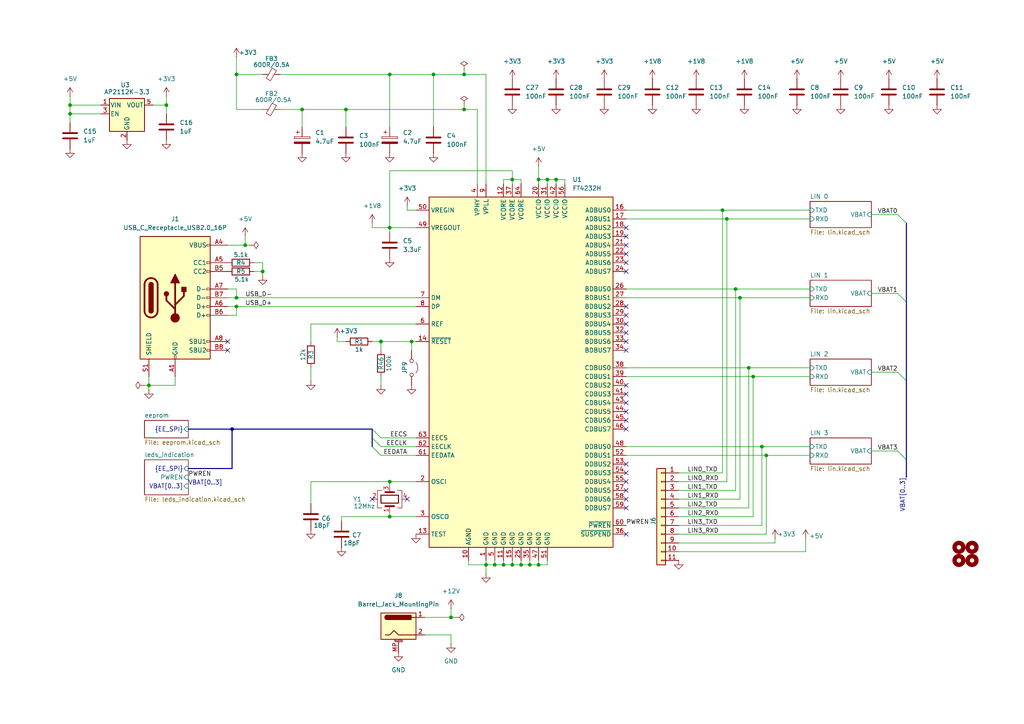
<source format=kicad_sch>
(kicad_sch (version 20231120) (generator "eeschema") (generator_version "8.0")
  (paper "A4")
  (title_block (title "FTDI Quad LIN"))
  (lib_symbols
    (symbol "Connector:Barrel_Jack_MountingPin" (pin_names hide)
      (property "Reference" "J" (at 0 5.334 0))
      (property "Value" "Barrel_Jack_MountingPin" (at 1.27 -6.35 0))
      (symbol "Barrel_Jack_MountingPin_1_1"
        (text "Mounting" (at 0 -4.191 0) (effects (font (size 0.381 0.381))))
        (pin passive line (at 7.62 2.54 180) (length 2.54) (name "~") (number "1"))
        (pin passive line (at 7.62 -2.54 180) (length 2.54) (name "~") (number "2"))
        (pin passive line (at 0 -7.62 90) (length 3.048) (name "MountPin") (number "MP"))
      )
    )
    (symbol "Connector:USB_C_Receptacle_USB2.0_16P" (pin_names (offset 1.016))
      (property "Reference" "J" (at 0 22.225 0))
      (property "Value" "USB_C_Receptacle_USB2.0_16P" (at 0 19.685 0))
      (symbol "USB_C_Receptacle_USB2.0_16P_1_1"
        (pin passive line (at 0 -22.86 90) (length 5.08) (name "GND") (number "A1"))
        (pin passive line (at 0 -22.86 90) (length 5.08) hide (name "GND") (number "A12"))
        (pin passive line (at 15.24 15.24 180) (length 5.08) (name "VBUS") (number "A4"))
        (pin bidirectional line (at 15.24 10.16 180) (length 5.08) (name "CC1") (number "A5"))
        (pin bidirectional line (at 15.24 -2.54 180) (length 5.08) (name "D+") (number "A6"))
        (pin bidirectional line (at 15.24 2.54 180) (length 5.08) (name "D-") (number "A7"))
        (pin bidirectional line (at 15.24 -12.7 180) (length 5.08) (name "SBU1") (number "A8"))
        (pin passive line (at 15.24 15.24 180) (length 5.08) hide (name "VBUS") (number "A9"))
        (pin passive line (at 0 -22.86 90) (length 5.08) hide (name "GND") (number "B1"))
        (pin passive line (at 0 -22.86 90) (length 5.08) hide (name "GND") (number "B12"))
        (pin passive line (at 15.24 15.24 180) (length 5.08) hide (name "VBUS") (number "B4"))
        (pin bidirectional line (at 15.24 7.62 180) (length 5.08) (name "CC2") (number "B5"))
        (pin bidirectional line (at 15.24 -5.08 180) (length 5.08) (name "D+") (number "B6"))
        (pin bidirectional line (at 15.24 0 180) (length 5.08) (name "D-") (number "B7"))
        (pin bidirectional line (at 15.24 -15.24 180) (length 5.08) (name "SBU2") (number "B8"))
        (pin passive line (at 15.24 15.24 180) (length 5.08) hide (name "VBUS") (number "B9"))
        (pin passive line (at -7.62 -22.86 90) (length 5.08) (name "SHIELD") (number "S1"))
      )
    )
    (symbol "Connector_Generic:Conn_01x11" (pin_names (offset 1.016) hide)
      (property "Reference" "J" (at 0 15.24 0))
      (property "Value" "Conn_01x11" (at 0 -15.24 0))
      (symbol "Conn_01x11_1_1"
        (pin passive line (at -5.08 12.7 0) (length 3.81) (name "Pin_1") (number "1"))
        (pin passive line (at -5.08 -10.16 0) (length 3.81) (name "Pin_10") (number "10"))
        (pin passive line (at -5.08 -12.7 0) (length 3.81) (name "Pin_11") (number "11"))
        (pin passive line (at -5.08 10.16 0) (length 3.81) (name "Pin_2") (number "2"))
        (pin passive line (at -5.08 7.62 0) (length 3.81) (name "Pin_3") (number "3"))
        (pin passive line (at -5.08 5.08 0) (length 3.81) (name "Pin_4") (number "4"))
        (pin passive line (at -5.08 2.54 0) (length 3.81) (name "Pin_5") (number "5"))
        (pin passive line (at -5.08 0 0) (length 3.81) (name "Pin_6") (number "6"))
        (pin passive line (at -5.08 -2.54 0) (length 3.81) (name "Pin_7") (number "7"))
        (pin passive line (at -5.08 -5.08 0) (length 3.81) (name "Pin_8") (number "8"))
        (pin passive line (at -5.08 -7.62 0) (length 3.81) (name "Pin_9") (number "9"))
      )
    )
    (symbol "Device:C" (pin_numbers hide) (pin_names (offset 0.254))
      (property "Reference" "C" (at 0.635 2.54 0))
      (property "Value" "C" (at 0.635 -2.54 0))
      (symbol "C_1_1"
        (pin passive line (at 0 3.81 270) (length 2.794) (name "~") (number "1"))
        (pin passive line (at 0 -3.81 90) (length 2.794) (name "~") (number "2"))
      )
    )
    (symbol "Device:C_Polarized" (pin_numbers hide) (pin_names (offset 0.254))
      (property "Reference" "C" (at 0.635 2.54 0))
      (property "Value" "C_Polarized" (at 0.635 -2.54 0))
      (symbol "C_Polarized_1_1"
        (pin passive line (at 0 3.81 270) (length 2.794) (name "~") (number "1"))
        (pin passive line (at 0 -3.81 90) (length 2.794) (name "~") (number "2"))
      )
    )
    (symbol "Device:Crystal_GND24" (pin_names (offset 1.016) hide)
      (property "Reference" "Y" (at 3.175 5.08 0))
      (property "Value" "Crystal_GND24" (at 3.175 3.175 0))
      (symbol "Crystal_GND24_1_1"
        (pin passive line (at -3.81 0 0) (length 1.27) (name "1") (number "1"))
        (pin passive line (at 0 5.08 270) (length 1.27) (name "2") (number "2"))
        (pin passive line (at 3.81 0 180) (length 1.27) (name "3") (number "3"))
        (pin passive line (at 0 -5.08 90) (length 1.27) (name "4") (number "4"))
      )
    )
    (symbol "Device:FerriteBead_Small" (pin_numbers hide) (pin_names (offset 0))
      (property "Reference" "FB" (at 1.905 1.27 0))
      (property "Value" "FerriteBead_Small" (at 1.905 -1.27 0))
      (symbol "FerriteBead_Small_1_1"
        (pin passive line (at 0 2.54 270) (length 1.27) (name "~") (number "1"))
        (pin passive line (at 0 -2.54 90) (length 1.27) (name "~") (number "2"))
      )
    )
    (symbol "Device:R" (pin_numbers hide) (pin_names (offset 0))
      (property "Reference" "R" (at 2.032 0 90))
      (property "Value" "R" (at 0 0 90))
      (symbol "R_1_1"
        (pin passive line (at 0 3.81 270) (length 1.27) (name "~") (number "1"))
        (pin passive line (at 0 -3.81 90) (length 1.27) (name "~") (number "2"))
      )
    )
    (symbol "Interface_USB:FT4232H"
      (property "Reference" "U" (at -26.67 53.34 0))
      (property "Value" "FT4232H" (at 19.05 53.34 0))
      (symbol "FT4232H_1_1"
        (pin power_in line (at -10.16 -53.34 90) (length 3.81) (name "GND") (number "1"))
        (pin power_in line (at -15.24 -53.34 90) (length 3.81) (name "AGND") (number "10"))
        (pin power_in line (at -5.08 -53.34 90) (length 3.81) (name "GND") (number "11"))
        (pin power_in line (at -5.08 55.88 270) (length 3.81) (name "VCORE") (number "12"))
        (pin input line (at -30.48 -45.72 0) (length 3.81) (name "TEST") (number "13"))
        (pin input line (at -30.48 10.16 0) (length 3.81) (name "~{RESET}") (number "14"))
        (pin power_in line (at -2.54 -53.34 90) (length 3.81) (name "GND") (number "15"))
        (pin bidirectional line (at 30.48 48.26 180) (length 3.81) (name "ADBUS0") (number "16"))
        (pin bidirectional line (at 30.48 45.72 180) (length 3.81) (name "ADBUS1") (number "17"))
        (pin bidirectional line (at 30.48 43.18 180) (length 3.81) (name "ADBUS2") (number "18"))
        (pin bidirectional line (at 30.48 40.64 180) (length 3.81) (name "ADBUS3") (number "19"))
        (pin input line (at -30.48 -30.48 0) (length 3.81) (name "OSCI") (number "2"))
        (pin power_in line (at 5.08 55.88 270) (length 3.81) (name "VCCIO") (number "20"))
        (pin bidirectional line (at 30.48 38.1 180) (length 3.81) (name "ADBUS4") (number "21"))
        (pin bidirectional line (at 30.48 35.56 180) (length 3.81) (name "ADBUS5") (number "22"))
        (pin bidirectional line (at 30.48 33.02 180) (length 3.81) (name "ADBUS6") (number "23"))
        (pin bidirectional line (at 30.48 30.48 180) (length 3.81) (name "ADBUS7") (number "24"))
        (pin power_in line (at 0 -53.34 90) (length 3.81) (name "GND") (number "25"))
        (pin bidirectional line (at 30.48 25.4 180) (length 3.81) (name "BDBUS0") (number "26"))
        (pin bidirectional line (at 30.48 22.86 180) (length 3.81) (name "BDBUS1") (number "27"))
        (pin bidirectional line (at 30.48 20.32 180) (length 3.81) (name "BDBUS2") (number "28"))
        (pin bidirectional line (at 30.48 17.78 180) (length 3.81) (name "BDBUS3") (number "29"))
        (pin output line (at -30.48 -40.64 0) (length 3.81) (name "OSCO") (number "3"))
        (pin bidirectional line (at 30.48 15.24 180) (length 3.81) (name "BDBUS4") (number "30"))
        (pin power_in line (at 7.62 55.88 270) (length 3.81) (name "VCCIO") (number "31"))
        (pin bidirectional line (at 30.48 12.7 180) (length 3.81) (name "BDBUS5") (number "32"))
        (pin bidirectional line (at 30.48 10.16 180) (length 3.81) (name "BDBUS6") (number "33"))
        (pin bidirectional line (at 30.48 7.62 180) (length 3.81) (name "BDBUS7") (number "34"))
        (pin power_in line (at 2.54 -53.34 90) (length 3.81) (name "GND") (number "35"))
        (pin output line (at 30.48 -45.72 180) (length 3.81) (name "~{SUSPEND}") (number "36"))
        (pin power_in line (at -2.54 55.88 270) (length 3.81) (name "VCORE") (number "37"))
        (pin bidirectional line (at 30.48 2.54 180) (length 3.81) (name "CDBUS0") (number "38"))
        (pin bidirectional line (at 30.48 0 180) (length 3.81) (name "CDBUS1") (number "39"))
        (pin power_in line (at -12.7 55.88 270) (length 3.81) (name "VPHY") (number "4"))
        (pin bidirectional line (at 30.48 -2.54 180) (length 3.81) (name "CDBUS2") (number "40"))
        (pin bidirectional line (at 30.48 -5.08 180) (length 3.81) (name "CDBUS3") (number "41"))
        (pin power_in line (at 10.16 55.88 270) (length 3.81) (name "VCCIO") (number "42"))
        (pin bidirectional line (at 30.48 -7.62 180) (length 3.81) (name "CDBUS4") (number "43"))
        (pin bidirectional line (at 30.48 -10.16 180) (length 3.81) (name "CDBUS5") (number "44"))
        (pin bidirectional line (at 30.48 -12.7 180) (length 3.81) (name "CDBUS6") (number "45"))
        (pin bidirectional line (at 30.48 -15.24 180) (length 3.81) (name "CDBUS7") (number "46"))
        (pin power_in line (at 5.08 -53.34 90) (length 3.81) (name "GND") (number "47"))
        (pin bidirectional line (at 30.48 -20.32 180) (length 3.81) (name "DDBUS0") (number "48"))
        (pin power_out line (at -30.48 43.18 0) (length 3.81) (name "VREGOUT") (number "49"))
        (pin power_in line (at -7.62 -53.34 90) (length 3.81) (name "GND") (number "5"))
        (pin power_in line (at -30.48 48.26 0) (length 3.81) (name "VREGIN") (number "50"))
        (pin power_in line (at 7.62 -53.34 90) (length 3.81) (name "GND") (number "51"))
        (pin bidirectional line (at 30.48 -22.86 180) (length 3.81) (name "DDBUS1") (number "52"))
        (pin bidirectional line (at 30.48 -25.4 180) (length 3.81) (name "DDBUS2") (number "53"))
        (pin bidirectional line (at 30.48 -27.94 180) (length 3.81) (name "DDBUS3") (number "54"))
        (pin bidirectional line (at 30.48 -30.48 180) (length 3.81) (name "DDBUS4") (number "55"))
        (pin power_in line (at 12.7 55.88 270) (length 3.81) (name "VCCIO") (number "56"))
        (pin bidirectional line (at 30.48 -33.02 180) (length 3.81) (name "DDBUS5") (number "57"))
        (pin bidirectional line (at 30.48 -35.56 180) (length 3.81) (name "DDBUS6") (number "58"))
        (pin bidirectional line (at 30.48 -38.1 180) (length 3.81) (name "DDBUS7") (number "59"))
        (pin input line (at -30.48 15.24 0) (length 3.81) (name "REF") (number "6"))
        (pin output line (at 30.48 -43.18 180) (length 3.81) (name "~{PWREN}") (number "60"))
        (pin bidirectional line (at -30.48 -22.86 0) (length 3.81) (name "EEDATA") (number "61"))
        (pin output line (at -30.48 -20.32 0) (length 3.81) (name "EECLK") (number "62"))
        (pin output line (at -30.48 -17.78 0) (length 3.81) (name "EECS") (number "63"))
        (pin power_in line (at 0 55.88 270) (length 3.81) (name "VCORE") (number "64"))
        (pin bidirectional line (at -30.48 22.86 0) (length 3.81) (name "DM") (number "7"))
        (pin bidirectional line (at -30.48 20.32 0) (length 3.81) (name "DP") (number "8"))
        (pin power_in line (at -10.16 55.88 270) (length 3.81) (name "VPLL") (number "9"))
      )
    )
    (symbol "Jumper:Jumper_2_Open" (pin_numbers hide) (pin_names (offset 0) hide) (exclude_from_sim yes)
      (property "Reference" "JP" (at 0 2.794 0))
      (property "Value" "Jumper_2_Open" (at 0 -2.286 0))
      (symbol "Jumper_2_Open_1_1"
        (pin passive line (at -5.08 0 0) (length 2.54) (name "A") (number "1"))
        (pin passive line (at 5.08 0 180) (length 2.54) (name "B") (number "2"))
      )
    )
    (symbol "Mechanical:MountingHole" (pin_names (offset 1.016)) (exclude_from_sim yes) (in_bom no)
      (property "Reference" "H" (at 0 5.08 0))
      (property "Value" "MountingHole" (at 0 3.175 0))
    )
    (symbol "Regulator_Linear:AP2112K-3.3" (pin_names (offset 0.254))
      (property "Reference" "U" (at -5.08 5.715 0))
      (property "Value" "AP2112K-3.3" (at 0 5.715 0))
      (symbol "AP2112K-3.3_1_1"
        (pin power_in line (at -7.62 2.54 0) (length 2.54) (name "VIN") (number "1"))
        (pin power_in line (at 0 -7.62 90) (length 2.54) (name "GND") (number "2"))
        (pin input line (at -7.62 0 0) (length 2.54) (name "EN") (number "3"))
        (pin no_connect line (at 5.08 0 180) (length 2.54) hide (name "NC") (number "4"))
        (pin power_out line (at 7.62 2.54 180) (length 2.54) (name "VOUT") (number "5"))
      )
    )
    (symbol "power:+12V" (power) (pin_numbers hide) (pin_names (offset 0) hide)
      (property "Value" "+12V" (at 0 3.556 0))
      (symbol "+12V_1_1"
        (pin power_in line (at 0 0 90) (length 0) (name "~") (number "1"))
      )
    )
    (symbol "power:+1V8" (power) (pin_numbers hide) (pin_names (offset 0) hide)
      (property "Value" "+1V8" (at 0 3.556 0))
      (symbol "+1V8_1_1"
        (pin power_in line (at 0 0 90) (length 0) (name "~") (number "1"))
      )
    )
    (symbol "power:+3V3" (power) (pin_numbers hide) (pin_names (offset 0) hide)
      (property "Value" "+3V3" (at 0 3.556 0))
      (symbol "+3V3_1_1"
        (pin power_in line (at 0 0 90) (length 0) (name "~") (number "1"))
      )
    )
    (symbol "power:+5V" (power) (pin_numbers hide) (pin_names (offset 0) hide)
      (property "Value" "+5V" (at 0 3.556 0))
      (symbol "+5V_1_1"
        (pin power_in line (at 0 0 90) (length 0) (name "~") (number "1"))
      )
    )
    (symbol "power:GND" (power) (pin_numbers hide) (pin_names (offset 0) hide)
      (property "Value" "GND" (at 0 -3.81 0))
      (symbol "GND_1_1"
        (pin power_in line (at 0 0 270) (length 0) (name "~") (number "1"))
      )
    )
    (symbol "power:PWR_FLAG" (power) (pin_numbers hide) (pin_names (offset 0) hide)
      (property "Value" "PWR_FLAG" (at 0 3.81 0))
      (symbol "PWR_FLAG_0_0"
        (pin power_out line (at 0 0 90) (length 0) (name "~") (number "1"))
      )
    )
  )
  (bus_alias "" (members "0" "1" "2" "3"))
  (bus_alias "EE_SPI" (members "EECS" "EECLK" "EEDATA"))
  (junction (at 76.2 78.74))
  (junction (at 134.62 31.75))
  (junction (at 113.03 139.7))
  (junction (at 148.59 163.83))
  (junction (at 146.05 163.83))
  (junction (at 43.18 111.76))
  (junction (at 100.33 31.75))
  (junction (at 156.21 163.83))
  (junction (at 140.97 163.83))
  (junction (at 119.38 99.06))
  (junction (at 48.26 30.48))
  (junction (at 20.32 33.02))
  (junction (at 148.59 52.07))
  (junction (at 68.58 21.59))
  (junction (at 87.63 31.75))
  (junction (at 143.51 163.83))
  (junction (at 67.31 124.46))
  (junction (at 68.58 88.9))
  (junction (at 210.82 63.5))
  (junction (at 217.17 106.68))
  (junction (at 213.36 83.82))
  (junction (at 161.29 52.07))
  (junction (at 130.81 179.07))
  (junction (at 222.25 132.08))
  (junction (at 125.73 21.59))
  (junction (at 113.03 66.04))
  (junction (at 158.75 52.07))
  (junction (at 71.12 71.12))
  (junction (at 214.63 86.36))
  (junction (at 209.55 60.96))
  (junction (at 113.03 149.86))
  (junction (at 68.58 86.36))
  (junction (at 20.32 30.48))
  (junction (at 113.03 21.59))
  (junction (at 156.21 52.07))
  (junction (at 153.67 163.83))
  (junction (at 110.49 99.06))
  (junction (at 151.13 163.83))
  (junction (at 218.44 109.22))
  (junction (at 134.62 21.59))
  (junction (at 220.98 129.54))
  (no_connect (at 181.61 96.52))
  (no_connect (at 66.04 101.6))
  (no_connect (at 181.61 73.66))
  (no_connect (at 181.61 101.6))
  (no_connect (at 181.61 137.16))
  (no_connect (at 181.61 142.24))
  (no_connect (at 181.61 114.3))
  (no_connect (at 181.61 76.2))
  (no_connect (at 181.61 111.76))
  (no_connect (at 181.61 121.92))
  (no_connect (at 66.04 99.06))
  (no_connect (at 181.61 134.62))
  (no_connect (at 181.61 71.12))
  (no_connect (at 181.61 144.78))
  (no_connect (at 181.61 154.94))
  (no_connect (at 181.61 68.58))
  (no_connect (at 181.61 124.46))
  (no_connect (at 181.61 139.7))
  (no_connect (at 181.61 93.98))
  (no_connect (at 181.61 119.38))
  (no_connect (at 181.61 99.06))
  (no_connect (at 181.61 116.84))
  (no_connect (at 118.11 144.78))
  (no_connect (at 181.61 147.32))
  (no_connect (at 107.95 144.78))
  (no_connect (at 181.61 91.44))
  (no_connect (at 181.61 88.9))
  (no_connect (at 181.61 66.04))
  (no_connect (at 181.61 78.74))
  (bus_entry (at 260.35 130.81) (size 2.54 2.54))
  (bus_entry (at 107.95 124.46) (size 2.54 2.54))
  (bus_entry (at 260.35 107.95) (size 2.54 2.54))
  (bus_entry (at 107.95 127) (size 2.54 2.54))
  (bus_entry (at 107.95 129.54) (size 2.54 2.54))
  (bus_entry (at 260.35 62.23) (size 2.54 2.54))
  (bus_entry (at 260.35 85.09) (size 2.54 2.54))
  (wire (pts (xy 252.73 107.95) (xy 260.35 107.95)))
  (wire (pts (xy 134.62 31.75) (xy 138.43 31.75)))
  (wire (pts (xy 123.19 179.07) (xy 130.81 179.07)))
  (wire (pts (xy 196.85 137.16) (xy 209.55 137.16)))
  (wire (pts (xy 90.17 93.98) (xy 90.17 99.06)))
  (wire (pts (xy 68.58 86.36) (xy 120.65 86.36)))
  (wire (pts (xy 224.79 156.21) (xy 224.79 157.48)))
  (wire (pts (xy 113.03 49.53) (xy 148.59 49.53)))
  (wire (pts (xy 120.65 60.96) (xy 118.11 60.96)))
  (wire (pts (xy 181.61 132.08) (xy 222.25 132.08)))
  (wire (pts (xy 44.45 30.48) (xy 48.26 30.48)))
  (wire (pts (xy 156.21 162.56) (xy 156.21 163.83)))
  (wire (pts (xy 153.67 163.83) (xy 151.13 163.83)))
  (wire (pts (xy 43.18 111.76) (xy 50.8 111.76)))
  (wire (pts (xy 73.66 76.2) (xy 76.2 76.2)))
  (wire (pts (xy 151.13 163.83) (xy 148.59 163.83)))
  (wire (pts (xy 146.05 163.83) (xy 143.51 163.83)))
  (wire (pts (xy 148.59 162.56) (xy 148.59 163.83)))
  (bus (pts (xy 262.89 110.49) (xy 262.89 87.63)))
  (wire (pts (xy 140.97 162.56) (xy 140.97 163.83)))
  (wire (pts (xy 143.51 162.56) (xy 143.51 163.83)))
  (wire (pts (xy 100.33 31.75) (xy 100.33 36.83)))
  (wire (pts (xy 125.73 21.59) (xy 125.73 36.83)))
  (wire (pts (xy 76.2 76.2) (xy 76.2 78.74)))
  (wire (pts (xy 68.58 83.82) (xy 66.04 83.82)))
  (wire (pts (xy 148.59 163.83) (xy 146.05 163.83)))
  (bus (pts (xy 107.95 127) (xy 107.95 129.54)))
  (wire (pts (xy 68.58 31.75) (xy 68.58 21.59)))
  (bus (pts (xy 262.89 133.35) (xy 262.89 110.49)))
  (wire (pts (xy 181.61 83.82) (xy 213.36 83.82)))
  (bus (pts (xy 54.61 124.46) (xy 67.31 124.46)))
  (wire (pts (xy 140.97 163.83) (xy 140.97 166.37)))
  (wire (pts (xy 68.58 88.9) (xy 68.58 91.44)))
  (wire (pts (xy 156.21 48.26) (xy 156.21 52.07)))
  (wire (pts (xy 161.29 52.07) (xy 161.29 53.34)))
  (wire (pts (xy 43.18 111.76) (xy 43.18 113.03)))
  (bus (pts (xy 262.89 87.63) (xy 262.89 64.77)))
  (bus (pts (xy 107.95 124.46) (xy 107.95 127)))
  (wire (pts (xy 120.65 93.98) (xy 90.17 93.98)))
  (wire (pts (xy 181.61 60.96) (xy 209.55 60.96)))
  (wire (pts (xy 123.19 184.15) (xy 130.81 184.15)))
  (wire (pts (xy 134.62 30.48) (xy 134.62 31.75)))
  (wire (pts (xy 120.65 66.04) (xy 113.03 66.04)))
  (wire (pts (xy 113.03 21.59) (xy 113.03 36.83)))
  (wire (pts (xy 140.97 21.59) (xy 140.97 53.34)))
  (wire (pts (xy 209.55 137.16) (xy 209.55 60.96)))
  (wire (pts (xy 41.91 111.76) (xy 43.18 111.76)))
  (wire (pts (xy 134.62 20.32) (xy 134.62 21.59)))
  (wire (pts (xy 218.44 109.22) (xy 234.95 109.22)))
  (wire (pts (xy 118.11 60.96) (xy 118.11 59.69)))
  (bus (pts (xy 54.61 135.89) (xy 67.31 135.89)))
  (wire (pts (xy 107.95 99.06) (xy 110.49 99.06)))
  (wire (pts (xy 135.89 162.56) (xy 135.89 163.83)))
  (wire (pts (xy 156.21 52.07) (xy 158.75 52.07)))
  (wire (pts (xy 220.98 152.4) (xy 220.98 129.54)))
  (wire (pts (xy 217.17 147.32) (xy 217.17 106.68)))
  (wire (pts (xy 71.12 71.12) (xy 72.39 71.12)))
  (wire (pts (xy 158.75 52.07) (xy 158.75 53.34)))
  (wire (pts (xy 148.59 52.07) (xy 148.59 53.34)))
  (wire (pts (xy 196.85 142.24) (xy 213.36 142.24)))
  (wire (pts (xy 120.65 88.9) (xy 68.58 88.9)))
  (wire (pts (xy 113.03 21.59) (xy 81.28 21.59)))
  (wire (pts (xy 196.85 147.32) (xy 217.17 147.32)))
  (wire (pts (xy 138.43 31.75) (xy 138.43 53.34)))
  (wire (pts (xy 20.32 30.48) (xy 20.32 33.02)))
  (wire (pts (xy 196.85 139.7) (xy 210.82 139.7)))
  (wire (pts (xy 210.82 63.5) (xy 234.95 63.5)))
  (wire (pts (xy 110.49 111.76) (xy 110.49 109.22)))
  (wire (pts (xy 196.85 157.48) (xy 224.79 157.48)))
  (wire (pts (xy 156.21 53.34) (xy 156.21 52.07)))
  (wire (pts (xy 90.17 146.05) (xy 90.17 139.7)))
  (wire (pts (xy 218.44 149.86) (xy 218.44 109.22)))
  (wire (pts (xy 210.82 139.7) (xy 210.82 63.5)))
  (wire (pts (xy 252.73 130.81) (xy 260.35 130.81)))
  (wire (pts (xy 156.21 163.83) (xy 153.67 163.83)))
  (wire (pts (xy 87.63 31.75) (xy 100.33 31.75)))
  (wire (pts (xy 222.25 154.94) (xy 222.25 132.08)))
  (wire (pts (xy 113.03 149.86) (xy 113.03 148.59)))
  (wire (pts (xy 140.97 21.59) (xy 134.62 21.59)))
  (wire (pts (xy 252.73 85.09) (xy 260.35 85.09)))
  (wire (pts (xy 196.85 144.78) (xy 214.63 144.78)))
  (wire (pts (xy 90.17 139.7) (xy 113.03 139.7)))
  (wire (pts (xy 181.61 86.36) (xy 214.63 86.36)))
  (wire (pts (xy 134.62 21.59) (xy 125.73 21.59)))
  (wire (pts (xy 233.68 160.02) (xy 196.85 160.02)))
  (wire (pts (xy 29.21 30.48) (xy 20.32 30.48)))
  (wire (pts (xy 87.63 31.75) (xy 87.63 36.83)))
  (wire (pts (xy 120.65 139.7) (xy 113.03 139.7)))
  (wire (pts (xy 161.29 52.07) (xy 163.83 52.07)))
  (wire (pts (xy 76.2 78.74) (xy 73.66 78.74)))
  (wire (pts (xy 252.73 62.23) (xy 260.35 62.23)))
  (wire (pts (xy 233.68 156.21) (xy 233.68 160.02)))
  (wire (pts (xy 68.58 16.51) (xy 68.58 21.59)))
  (wire (pts (xy 113.03 139.7) (xy 113.03 140.97)))
  (wire (pts (xy 153.67 162.56) (xy 153.67 163.83)))
  (wire (pts (xy 119.38 99.06) (xy 119.38 101.6)))
  (wire (pts (xy 107.95 66.04) (xy 113.03 66.04)))
  (wire (pts (xy 66.04 86.36) (xy 68.58 86.36)))
  (wire (pts (xy 217.17 106.68) (xy 234.95 106.68)))
  (wire (pts (xy 50.8 109.22) (xy 50.8 111.76)))
  (wire (pts (xy 148.59 49.53) (xy 148.59 52.07)))
  (wire (pts (xy 119.38 99.06) (xy 120.65 99.06)))
  (wire (pts (xy 146.05 162.56) (xy 146.05 163.83)))
  (bus (pts (xy 67.31 124.46) (xy 67.31 135.89)))
  (wire (pts (xy 196.85 149.86) (xy 218.44 149.86)))
  (wire (pts (xy 20.32 30.48) (xy 20.32 27.94)))
  (wire (pts (xy 213.36 83.82) (xy 234.95 83.82)))
  (wire (pts (xy 90.17 106.68) (xy 90.17 110.49)))
  (wire (pts (xy 158.75 162.56) (xy 158.75 163.83)))
  (wire (pts (xy 97.79 97.79) (xy 97.79 99.06)))
  (wire (pts (xy 213.36 142.24) (xy 213.36 83.82)))
  (wire (pts (xy 151.13 52.07) (xy 148.59 52.07)))
  (wire (pts (xy 71.12 68.58) (xy 71.12 71.12)))
  (bus (pts (xy 262.89 133.35) (xy 262.89 138.43)))
  (wire (pts (xy 110.49 132.08) (xy 120.65 132.08)))
  (wire (pts (xy 110.49 127) (xy 120.65 127)))
  (wire (pts (xy 107.95 66.04) (xy 107.95 64.77)))
  (wire (pts (xy 148.59 52.07) (xy 146.05 52.07)))
  (wire (pts (xy 151.13 53.34) (xy 151.13 52.07)))
  (wire (pts (xy 146.05 52.07) (xy 146.05 53.34)))
  (wire (pts (xy 81.28 31.75) (xy 87.63 31.75)))
  (wire (pts (xy 143.51 163.83) (xy 140.97 163.83)))
  (wire (pts (xy 20.32 33.02) (xy 29.21 33.02)))
  (wire (pts (xy 125.73 21.59) (xy 113.03 21.59)))
  (wire (pts (xy 130.81 179.07) (xy 130.81 176.53)))
  (wire (pts (xy 222.25 132.08) (xy 234.95 132.08)))
  (wire (pts (xy 99.06 149.86) (xy 113.03 149.86)))
  (wire (pts (xy 130.81 184.15) (xy 130.81 186.69)))
  (wire (pts (xy 43.18 109.22) (xy 43.18 111.76)))
  (wire (pts (xy 48.26 30.48) (xy 48.26 33.02)))
  (wire (pts (xy 113.03 66.04) (xy 113.03 67.31)))
  (wire (pts (xy 158.75 163.83) (xy 156.21 163.83)))
  (wire (pts (xy 48.26 27.94) (xy 48.26 30.48)))
  (wire (pts (xy 100.33 31.75) (xy 134.62 31.75)))
  (wire (pts (xy 130.81 179.07) (xy 132.08 179.07)))
  (wire (pts (xy 209.55 60.96) (xy 234.95 60.96)))
  (wire (pts (xy 181.61 106.68) (xy 217.17 106.68)))
  (wire (pts (xy 151.13 162.56) (xy 151.13 163.83)))
  (wire (pts (xy 99.06 151.13) (xy 99.06 149.86)))
  (wire (pts (xy 214.63 86.36) (xy 234.95 86.36)))
  (wire (pts (xy 196.85 154.94) (xy 222.25 154.94)))
  (wire (pts (xy 214.63 144.78) (xy 214.63 86.36)))
  (wire (pts (xy 68.58 88.9) (xy 66.04 88.9)))
  (wire (pts (xy 20.32 35.56) (xy 20.32 33.02)))
  (wire (pts (xy 110.49 99.06) (xy 110.49 101.6)))
  (wire (pts (xy 68.58 21.59) (xy 76.2 21.59)))
  (wire (pts (xy 68.58 86.36) (xy 68.58 83.82)))
  (wire (pts (xy 220.98 129.54) (xy 234.95 129.54)))
  (wire (pts (xy 66.04 71.12) (xy 71.12 71.12)))
  (wire (pts (xy 196.85 152.4) (xy 220.98 152.4)))
  (wire (pts (xy 181.61 63.5) (xy 210.82 63.5)))
  (wire (pts (xy 110.49 129.54) (xy 120.65 129.54)))
  (wire (pts (xy 158.75 52.07) (xy 161.29 52.07)))
  (wire (pts (xy 76.2 31.75) (xy 68.58 31.75)))
  (wire (pts (xy 97.79 99.06) (xy 100.33 99.06)))
  (wire (pts (xy 135.89 163.83) (xy 140.97 163.83)))
  (wire (pts (xy 181.61 109.22) (xy 218.44 109.22)))
  (wire (pts (xy 66.04 91.44) (xy 68.58 91.44)))
  (wire (pts (xy 76.2 80.01) (xy 76.2 78.74)))
  (wire (pts (xy 120.65 149.86) (xy 113.03 149.86)))
  (wire (pts (xy 181.61 129.54) (xy 220.98 129.54)))
  (wire (pts (xy 110.49 99.06) (xy 119.38 99.06)))
  (wire (pts (xy 113.03 66.04) (xy 113.03 49.53)))
  (bus (pts (xy 67.31 124.46) (xy 107.95 124.46)))
  (wire (pts (xy 163.83 52.07) (xy 163.83 53.34)))
  (label "EECS" (at 118.11 127 180))
  (label "PWREN" (at 54.61 138.43 0))
  (label "LIN2_RXD" (at 199.39 149.86 0))
  (label "EECLK" (at 118.11 129.54 180))
  (label "PWREN" (at 181.61 152.4 0))
  (label "USB_D-" (at 71.12 86.36 0))
  (label "LIN1_TXD" (at 199.39 142.24 0))
  (label "VBAT2" (at 260.35 107.95 180))
  (label "LIN3_RXD" (at 199.39 154.94 0))
  (label "VBAT[0..3]" (at 262.89 138.43 270))
  (label "VBAT1" (at 260.35 85.09 180))
  (label "LIN0_TXD" (at 199.39 137.16 0))
  (label "EEDATA" (at 118.11 132.08 180))
  (label "LIN1_RXD" (at 199.39 144.78 0))
  (label "LIN0_RXD" (at 199.39 139.7 0))
  (label "USB_D+" (at 71.12 88.9 0))
  (label "VBAT3" (at 260.35 130.81 180))
  (label "LIN2_TXD" (at 199.39 147.32 0))
  (label "VBAT0" (at 260.35 62.23 180))
  (label "LIN3_TXD" (at 199.39 152.4 0))
  (label "VBAT[0..3]" (at 54.61 140.97 0))
  (symbol (lib_id "power:GND") (at 215.9 30.48 0) (unit 1)
    (property "Reference" "#PWR037" (effects (hide yes)))
    (property "Value" "GND" (effects (hide yes)))
    (property "Description" "Power symbol creates a global label with name \"GND\" , ground" (effects (hide yes)))
  )
  (symbol (lib_id "power:GND") (at 161.29 30.48 0) (unit 1)
    (property "Reference" "#PWR049" (effects (hide yes)))
    (property "Value" "GND" (effects (hide yes)))
    (property "Description" "Power symbol creates a global label with name \"GND\" , ground" (effects (hide yes)))
  )
  (symbol (lib_id "power:GND") (at 113.03 74.93 0) (unit 1)
    (property "Reference" "#PWR017" (effects (hide yes)))
    (property "Value" "GND" (effects (hide yes)))
    (property "Description" "Power symbol creates a global label with name \"GND\" , ground" (effects (hide yes)))
  )
  (symbol (lib_id "power:+3V3") (at 224.79 156.21 0) (unit 1)
    (property "Reference" "#PWR094" (effects (hide yes)))
    (property "Value" "+3V3" (at 228.092 154.94 0))
    (property "Description" "Power symbol creates a global label with name \"+3V3\"" (effects (hide yes)))
  )
  (symbol (lib_id "Device:C") (at 215.9 26.67 0) (unit 1)
    (property "Reference" "C14" (at 219.71 25.3999 0) (effects (justify left)))
    (property "Value" "100nF" (at 219.71 27.9399 0) (effects (justify left)))
    (property "Footprint" "Capacitor_SMD:C_0805_2012Metric" (effects (hide yes)))
    (property "Description" "Unpolarized capacitor" (effects (hide yes)))
  )
  (symbol (lib_id "power:GND") (at 120.65 154.94 0) (unit 1)
    (property "Reference" "#PWR023" (effects (hide yes)))
    (property "Value" "GND" (effects (hide yes)))
    (property "Description" "Power symbol creates a global label with name \"GND\" , ground" (effects (hide yes)))
  )
  (symbol (lib_id "power:+5V") (at 257.81 22.86 0) (unit 1)
    (property "Reference" "#PWR011" (effects (hide yes)))
    (property "Value" "+5V" (at 257.81 17.78 0))
    (property "Description" "Power symbol creates a global label with name \"+5V\"" (effects (hide yes)))
  )
  (symbol (lib_id "Mechanical:MountingHole") (at 278.13 162.56 0) (unit 1) (exclude_from_sim yes) (in_bom no)
    (property "Reference" "H2" (effects (hide yes)))
    (property "Value" "MountingHole" (effects (hide yes)))
    (property "Footprint" "MountingHole:MountingHole_3.2mm_M3" (effects (hide yes)))
    (property "Description" "Mounting Hole without connection" (effects (hide yes)))
  )
  (symbol (lib_id "power:GND") (at 87.63 44.45 0) (unit 1)
    (property "Reference" "#PWR010" (effects (hide yes)))
    (property "Value" "GND" (effects (hide yes)))
    (property "Description" "Power symbol creates a global label with name \"GND\" , ground" (effects (hide yes)))
  )
  (symbol (lib_id "power:+12V") (at 130.81 176.53 0) (unit 1)
    (property "Reference" "#PWR087" (effects (hide yes)))
    (property "Value" "+12V" (at 130.81 171.45 0))
    (property "Description" "Power symbol creates a global label with name \"+12V\"" (effects (hide yes)))
  )
  (symbol (lib_id "power:GND") (at 76.2 80.01 0) (unit 1)
    (property "Reference" "#PWR06" (effects (hide yes)))
    (property "Value" "GND" (effects (hide yes)))
    (property "Description" "Power symbol creates a global label with name \"GND\" , ground" (effects (hide yes)))
  )
  (symbol (lib_id "Device:C") (at 90.17 149.86 0) (unit 1)
    (property "Reference" "C6" (at 93.218 150.368 0) (effects (justify left)))
    (property "Value" "18pF" (at 90.932 152.4 0) (effects (justify left)))
    (property "Footprint" "Capacitor_SMD:C_0805_2012Metric" (effects (hide yes)))
    (property "Description" "Unpolarized capacitor" (effects (hide yes)))
  )
  (symbol (lib_id "power:+5V") (at 243.84 22.86 0) (unit 1)
    (property "Reference" "#PWR08" (effects (hide yes)))
    (property "Value" "+5V" (at 243.84 17.78 0))
    (property "Description" "Power symbol creates a global label with name \"+5V\"" (effects (hide yes)))
  )
  (symbol (lib_id "Device:FerriteBead_Small") (at 78.74 21.59 90) (unit 1)
    (property "Reference" "FB3" (at 78.74 17.018 90))
    (property "Value" "600R/0.5A" (at 78.74 18.796 90))
    (property "Footprint" "Inductor_SMD:L_0603_1608Metric_Pad1.05x0.95mm_HandSolder" (effects (hide yes)))
    (property "Description" "Ferrite bead, small symbol" (effects (hide yes)))
    (property "manf#" "BLM18AG601SN1D" (effects (hide yes)))
  )
  (symbol (lib_id "Connector:USB_C_Receptacle_USB2.0_16P") (at 50.8 86.36 0) (unit 1)
    (property "Reference" "J1" (at 50.8 63.5 0))
    (property "Value" "USB_C_Receptacle_USB2.0_16P" (at 50.8 66.04 0))
    (property "Footprint" "Connector_USB:USB_C_Receptacle_GCT_USB4105-xx-A_16P_TopMnt_Horizontal" (effects (hide yes)))
    (property "Datasheet" "https://www.usb.org/sites/default/files/documents/usb_type-c.zip" (effects (hide yes)))
    (property "Description" "USB 2.0-only 16P Type-C Receptacle connector" (effects (hide yes)))
  )
  (symbol (lib_id "power:+5V") (at 156.21 48.26 0) (unit 1)
    (property "Reference" "#PWR018" (effects (hide yes)))
    (property "Value" "+5V" (at 156.21 43.18 0))
    (property "Description" "Power symbol creates a global label with name \"+5V\"" (effects (hide yes)))
  )
  (symbol (lib_id "power:+1V8") (at 215.9 22.86 0) (unit 1)
    (property "Reference" "#PWR036" (effects (hide yes)))
    (property "Value" "+1V8" (at 215.9 17.78 0))
    (property "Description" "Power symbol creates a global label with name \"+1V8\"" (effects (hide yes)))
  )
  (symbol (lib_id "Device:FerriteBead_Small") (at 78.74 31.75 90) (unit 1)
    (property "Reference" "FB2" (at 78.74 27.178 90))
    (property "Value" "600R/0.5A" (at 79.248 28.956 90))
    (property "Footprint" "Inductor_SMD:L_0603_1608Metric_Pad1.05x0.95mm_HandSolder" (effects (hide yes)))
    (property "Description" "Ferrite bead, small symbol" (effects (hide yes)))
    (property "manf#" "BLM18AG601SN1D" (effects (hide yes)))
  )
  (symbol (lib_id "power:GND") (at 43.18 113.03 0) (unit 1)
    (property "Reference" "#PWR04" (effects (hide yes)))
    (property "Value" "GND" (effects (hide yes)))
    (property "Description" "Power symbol creates a global label with name \"GND\" , ground" (effects (hide yes)))
  )
  (symbol (lib_id "power:+5V") (at 231.14 22.86 0) (unit 1)
    (property "Reference" "#PWR05" (effects (hide yes)))
    (property "Value" "+5V" (at 231.14 17.78 0))
    (property "Description" "Power symbol creates a global label with name \"+5V\"" (effects (hide yes)))
  )
  (symbol (lib_id "Device:C") (at 243.84 26.67 0) (unit 1)
    (property "Reference" "C9" (at 247.65 25.3999 0) (effects (justify left)))
    (property "Value" "100nF" (at 247.65 27.9399 0) (effects (justify left)))
    (property "Footprint" "Capacitor_SMD:C_0805_2012Metric" (effects (hide yes)))
    (property "Description" "Unpolarized capacitor" (effects (hide yes)))
  )
  (symbol (lib_id "power:GND") (at 175.26 30.48 0) (unit 1)
    (property "Reference" "#PWR063" (effects (hide yes)))
    (property "Value" "GND" (effects (hide yes)))
    (property "Description" "Power symbol creates a global label with name \"GND\" , ground" (effects (hide yes)))
  )
  (symbol (lib_id "Device:C") (at 257.81 26.67 0) (unit 1)
    (property "Reference" "C10" (at 261.62 25.3999 0) (effects (justify left)))
    (property "Value" "100nF" (at 261.62 27.9399 0) (effects (justify left)))
    (property "Footprint" "Capacitor_SMD:C_0805_2012Metric" (effects (hide yes)))
    (property "Description" "Unpolarized capacitor" (effects (hide yes)))
  )
  (symbol (lib_id "Connector_Generic:Conn_01x11") (at 191.77 149.86 0) (mirror y) (unit 1)
    (property "Reference" "J6" (at 189.484 151.13 90))
    (property "Value" "Conn_01x10" (effects (hide yes)))
    (property "Footprint" "Connector_PinHeader_2.54mm:PinHeader_1x11_P2.54mm_Vertical" (effects (hide yes)))
    (property "Description" "Generic connector, single row, 01x11, script generated (kicad-library-utils/schlib/autogen/connector/)" (effects (hide yes)))
  )
  (symbol (lib_id "Device:C") (at 148.59 26.67 0) (unit 1)
    (property "Reference" "C27" (at 152.4 25.3999 0) (effects (justify left)))
    (property "Value" "100nF" (at 152.4 27.9399 0) (effects (justify left)))
    (property "Footprint" "Capacitor_SMD:C_0805_2012Metric" (effects (hide yes)))
    (property "Description" "Unpolarized capacitor" (effects (hide yes)))
  )
  (symbol (lib_id "power:GND") (at 36.83 40.64 0) (unit 1)
    (property "Reference" "#PWR038" (effects (hide yes)))
    (property "Value" "GND" (effects (hide yes)))
    (property "Description" "Power symbol creates a global label with name \"GND\" , ground" (effects (hide yes)))
  )
  (symbol (lib_id "power:+1V8") (at 189.23 22.86 0) (unit 1)
    (property "Reference" "#PWR032" (effects (hide yes)))
    (property "Value" "+1V8" (at 189.23 17.78 0))
    (property "Description" "Power symbol creates a global label with name \"+1V8\"" (effects (hide yes)))
  )
  (symbol (lib_id "power:+3V3") (at 161.29 22.86 0) (unit 1)
    (property "Reference" "#PWR048" (effects (hide yes)))
    (property "Value" "+3V3" (at 161.29 17.78 0))
    (property "Description" "Power symbol creates a global label with name \"+3V3\"" (effects (hide yes)))
  )
  (symbol (lib_id "power:+5V") (at 271.78 22.86 0) (unit 1)
    (property "Reference" "#PWR014" (effects (hide yes)))
    (property "Value" "+5V" (at 271.78 17.78 0))
    (property "Description" "Power symbol creates a global label with name \"+5V\"" (effects (hide yes)))
  )
  (symbol (lib_id "power:PWR_FLAG") (at 41.91 111.76 90) (unit 1)
    (property "Reference" "#FLG04" (effects (hide yes)))
    (property "Value" "PWR_FLAG" (effects (hide yes)))
    (property "Description" "Special symbol for telling ERC where power comes from" (effects (hide yes)))
  )
  (symbol (lib_id "power:GND") (at 99.06 158.75 0) (unit 1)
    (property "Reference" "#PWR022" (effects (hide yes)))
    (property "Value" "GND" (effects (hide yes)))
    (property "Description" "Power symbol creates a global label with name \"GND\" , ground" (effects (hide yes)))
  )
  (symbol (lib_id "Device:R") (at 69.85 76.2 90) (unit 1)
    (property "Reference" "R4" (at 69.85 76.2 90))
    (property "Value" "5.1k" (at 69.85 73.914 90))
    (property "Footprint" "Resistor_SMD:R_0805_2012Metric" (effects (hide yes)))
    (property "Description" "Resistor" (effects (hide yes)))
  )
  (symbol (lib_id "Device:C") (at 175.26 26.67 0) (unit 1)
    (property "Reference" "C29" (at 179.07 25.3999 0) (effects (justify left)))
    (property "Value" "100nF" (at 179.07 27.9399 0) (effects (justify left)))
    (property "Footprint" "Capacitor_SMD:C_0805_2012Metric" (effects (hide yes)))
    (property "Description" "Unpolarized capacitor" (effects (hide yes)))
  )
  (symbol (lib_id "Device:C") (at 100.33 40.64 0) (unit 1)
    (property "Reference" "C3" (at 104.14 39.3699 0) (effects (justify left)))
    (property "Value" "100nF" (at 104.14 41.9099 0) (effects (justify left)))
    (property "Footprint" "Capacitor_SMD:C_0805_2012Metric" (effects (hide yes)))
    (property "Description" "Unpolarized capacitor" (effects (hide yes)))
  )
  (symbol (lib_id "power:GND") (at 100.33 44.45 0) (unit 1)
    (property "Reference" "#PWR013" (effects (hide yes)))
    (property "Value" "GND" (effects (hide yes)))
    (property "Description" "Power symbol creates a global label with name \"GND\" , ground" (effects (hide yes)))
  )
  (symbol (lib_id "power:+1V8") (at 107.95 64.77 0) (unit 1)
    (property "Reference" "#PWR043" (effects (hide yes)))
    (property "Value" "+1V8" (at 107.95 59.69 0))
    (property "Description" "Power symbol creates a global label with name \"+1V8\"" (effects (hide yes)))
  )
  (symbol (lib_id "power:GND") (at 196.85 162.56 0) (unit 1)
    (property "Reference" "#PWR078" (effects (hide yes)))
    (property "Value" "GND" (effects (hide yes)))
    (property "Description" "Power symbol creates a global label with name \"GND\" , ground" (effects (hide yes)))
  )
  (symbol (lib_id "power:+5V") (at 20.32 27.94 0) (unit 1)
    (property "Reference" "#PWR041" (effects (hide yes)))
    (property "Value" "+5V" (at 20.32 22.86 0))
    (property "Description" "Power symbol creates a global label with name \"+5V\"" (effects (hide yes)))
  )
  (symbol (lib_id "power:+3V3") (at 175.26 22.86 0) (unit 1)
    (property "Reference" "#PWR057" (effects (hide yes)))
    (property "Value" "+3V3" (at 175.26 17.78 0))
    (property "Description" "Power symbol creates a global label with name \"+3V3\"" (effects (hide yes)))
  )
  (symbol (lib_id "power:GND") (at 90.17 110.49 0) (unit 1)
    (property "Reference" "#PWR019" (effects (hide yes)))
    (property "Value" "GND" (effects (hide yes)))
    (property "Description" "Power symbol creates a global label with name \"GND\" , ground" (effects (hide yes)))
  )
  (symbol (lib_id "power:GND") (at 243.84 30.48 0) (unit 1)
    (property "Reference" "#PWR027" (effects (hide yes)))
    (property "Value" "GND" (effects (hide yes)))
    (property "Description" "Power symbol creates a global label with name \"GND\" , ground" (effects (hide yes)))
  )
  (symbol (lib_id "power:GND") (at 125.73 44.45 0) (unit 1)
    (property "Reference" "#PWR016" (effects (hide yes)))
    (property "Value" "GND" (effects (hide yes)))
    (property "Description" "Power symbol creates a global label with name \"GND\" , ground" (effects (hide yes)))
  )
  (symbol (lib_id "Device:C") (at 125.73 40.64 0) (unit 1)
    (property "Reference" "C4" (at 129.54 39.3699 0) (effects (justify left)))
    (property "Value" "100nF" (at 129.54 41.9099 0) (effects (justify left)))
    (property "Footprint" "Capacitor_SMD:C_0805_2012Metric" (effects (hide yes)))
    (property "Description" "Unpolarized capacitor" (effects (hide yes)))
  )
  (symbol (lib_id "Device:C_Polarized") (at 87.63 40.64 0) (unit 1)
    (property "Reference" "C1" (at 91.44 38.4809 0) (effects (justify left)))
    (property "Value" "4.7uF" (at 91.44 41.0209 0) (effects (justify left)))
    (property "Footprint" "Capacitor_SMD:C_1206_3216Metric_Pad1.33x1.80mm_HandSolder" (effects (hide yes)))
    (property "Description" "Polarized capacitor" (effects (hide yes)))
    (property "manf#" "293D475X9016A2TE3" (effects (hide yes)))
  )
  (symbol (lib_id "Device:C") (at 20.32 39.37 0) (unit 1)
    (property "Reference" "C15" (at 24.13 38.0999 0) (effects (justify left)))
    (property "Value" "1uF" (at 24.13 40.6399 0) (effects (justify left)))
    (property "Footprint" "Capacitor_SMD:C_0805_2012Metric" (effects (hide yes)))
    (property "Description" "Unpolarized capacitor" (effects (hide yes)))
  )
  (symbol (lib_id "power:PWR_FLAG") (at 132.08 179.07 270) (unit 1)
    (property "Reference" "#FLG09" (effects (hide yes)))
    (property "Value" "PWR_FLAG" (effects (hide yes)))
    (property "Description" "Special symbol for telling ERC where power comes from" (effects (hide yes)))
  )
  (symbol (lib_id "Device:C") (at 231.14 26.67 0) (unit 1)
    (property "Reference" "C8" (at 234.95 25.3999 0) (effects (justify left)))
    (property "Value" "100nF" (at 234.95 27.9399 0) (effects (justify left)))
    (property "Footprint" "Capacitor_SMD:C_0805_2012Metric" (effects (hide yes)))
    (property "Description" "Unpolarized capacitor" (effects (hide yes)))
  )
  (symbol (lib_id "Device:Crystal_GND24") (at 113.03 144.78 90) (unit 1)
    (property "Reference" "Y1" (at 103.632 144.78 90))
    (property "Value" "12Mhz" (at 105.664 146.812 90))
    (property "Footprint" "Crystal:Crystal_SMD_TXC_7M-4Pin_3.2x2.5mm_HandSoldering" (effects (hide yes)))
    (property "Description" "Four pin crystal, GND on pins 2 and 4" (effects (hide yes)))
    (property "manf#" "7V-12.000MDDJ-T" (effects (hide yes)))
  )
  (symbol (lib_id "Device:C") (at 189.23 26.67 0) (unit 1)
    (property "Reference" "C12" (at 193.04 25.3999 0) (effects (justify left)))
    (property "Value" "100nF" (at 193.04 27.9399 0) (effects (justify left)))
    (property "Footprint" "Capacitor_SMD:C_0805_2012Metric" (effects (hide yes)))
    (property "Description" "Unpolarized capacitor" (effects (hide yes)))
  )
  (symbol (lib_id "power:GND") (at 20.32 43.18 0) (unit 1)
    (property "Reference" "#PWR039" (effects (hide yes)))
    (property "Value" "GND" (effects (hide yes)))
    (property "Description" "Power symbol creates a global label with name \"GND\" , ground" (effects (hide yes)))
  )
  (symbol (lib_id "Mechanical:MountingHole") (at 278.13 158.75 0) (unit 1) (exclude_from_sim yes) (in_bom no)
    (property "Reference" "H4" (effects (hide yes)))
    (property "Value" "MountingHole" (effects (hide yes)))
    (property "Footprint" "MountingHole:MountingHole_3.2mm_M3" (effects (hide yes)))
    (property "Description" "Mounting Hole without connection" (effects (hide yes)))
  )
  (symbol (lib_id "Device:C_Polarized") (at 113.03 40.64 0) (unit 1)
    (property "Reference" "C2" (at 116.84 38.4809 0) (effects (justify left)))
    (property "Value" "4.7uF" (at 116.84 41.0209 0) (effects (justify left)))
    (property "Footprint" "Capacitor_SMD:C_1206_3216Metric_Pad1.33x1.80mm_HandSolder" (effects (hide yes)))
    (property "Description" "Polarized capacitor" (effects (hide yes)))
    (property "manf#" "293D475X9016A2TE3" (effects (hide yes)))
  )
  (symbol (lib_id "power:GND") (at 130.81 186.69 0) (unit 1)
    (property "Reference" "#PWR086" (effects (hide yes)))
    (property "Value" "GND" (at 130.81 191.77 0))
    (property "Description" "Power symbol creates a global label with name \"GND\" , ground" (effects (hide yes)))
  )
  (symbol (lib_id "Interface_USB:FT4232H") (at 151.13 109.22 0) (unit 1)
    (property "Reference" "U1" (at 166.0241 52.07 0) (effects (justify left)))
    (property "Value" "FT4232H" (at 166.0241 54.61 0) (effects (justify left)))
    (property "Footprint" "Package_QFP:LQFP-64_10x10mm_P0.5mm" (effects (hide yes)))
    (property "Datasheet" "https://www.ftdichip.com/Support/Documents/DataSheets/ICs/DS_FT4232H.pdf" (effects (hide yes)))
    (property "Description" "Hi Speed Quad Channel USB UART/FIFO, LQFP/QFN-64" (effects (hide yes)))
    (property "manf#" "FT4232HL-REEL" (effects (hide yes)))
  )
  (symbol (lib_id "power:GND") (at 189.23 30.48 0) (unit 1)
    (property "Reference" "#PWR033" (effects (hide yes)))
    (property "Value" "GND" (effects (hide yes)))
    (property "Description" "Power symbol creates a global label with name \"GND\" , ground" (effects (hide yes)))
  )
  (symbol (lib_id "Connector:Barrel_Jack_MountingPin") (at 115.57 181.61 0) (unit 1)
    (property "Reference" "J8" (at 115.57 172.72 0))
    (property "Value" "Barrel_Jack_MountingPin" (at 115.57 175.26 0))
    (property "Footprint" "Connector_BarrelJack:BarrelJack_CUI_PJ-063AH_Horizontal" (effects (hide yes)))
    (property "Description" "DC Barrel Jack with a mounting pin" (effects (hide yes)))
    (property "manf#" "PJ-063AH" (effects (hide yes)))
  )
  (symbol (lib_id "power:GND") (at 231.14 30.48 0) (unit 1)
    (property "Reference" "#PWR025" (effects (hide yes)))
    (property "Value" "GND" (effects (hide yes)))
    (property "Description" "Power symbol creates a global label with name \"GND\" , ground" (effects (hide yes)))
  )
  (symbol (lib_id "Mechanical:MountingHole") (at 281.94 158.75 0) (unit 1) (exclude_from_sim yes) (in_bom no)
    (property "Reference" "H3" (effects (hide yes)))
    (property "Value" "MountingHole" (effects (hide yes)))
    (property "Footprint" "MountingHole:MountingHole_3.2mm_M3" (effects (hide yes)))
    (property "Description" "Mounting Hole without connection" (effects (hide yes)))
  )
  (symbol (lib_id "power:+3V3") (at 48.26 27.94 0) (unit 1)
    (property "Reference" "#PWR042" (effects (hide yes)))
    (property "Value" "+3V3" (at 48.26 22.86 0))
    (property "Description" "Power symbol creates a global label with name \"+3V3\"" (effects (hide yes)))
  )
  (symbol (lib_id "power:GND") (at 257.81 30.48 0) (unit 1)
    (property "Reference" "#PWR029" (effects (hide yes)))
    (property "Value" "GND" (effects (hide yes)))
    (property "Description" "Power symbol creates a global label with name \"GND\" , ground" (effects (hide yes)))
  )
  (symbol (lib_id "power:GND") (at 90.17 153.67 0) (unit 1)
    (property "Reference" "#PWR021" (effects (hide yes)))
    (property "Value" "GND" (effects (hide yes)))
    (property "Description" "Power symbol creates a global label with name \"GND\" , ground" (effects (hide yes)))
  )
  (symbol (lib_id "power:GND") (at 140.97 166.37 0) (unit 1)
    (property "Reference" "#PWR03" (effects (hide yes)))
    (property "Value" "GND" (effects (hide yes)))
    (property "Description" "Power symbol creates a global label with name \"GND\" , ground" (effects (hide yes)))
  )
  (symbol (lib_id "power:GND") (at 115.57 189.23 0) (unit 1)
    (property "Reference" "#PWR088" (effects (hide yes)))
    (property "Value" "GND" (at 115.57 194.31 0))
    (property "Description" "Power symbol creates a global label with name \"GND\" , ground" (effects (hide yes)))
  )
  (symbol (lib_id "power:GND") (at 119.38 111.76 0) (unit 1)
    (property "Reference" "#PWR089" (effects (hide yes)))
    (property "Value" "GND" (effects (hide yes)))
    (property "Description" "Power symbol creates a global label with name \"GND\" , ground" (effects (hide yes)))
  )
  (symbol (lib_id "power:+3V3") (at 68.58 16.51 0) (unit 1)
    (property "Reference" "#PWR09" (effects (hide yes)))
    (property "Value" "+3V3" (at 71.882 15.24 0))
    (property "Description" "Power symbol creates a global label with name \"+3V3\"" (effects (hide yes)))
  )
  (symbol (lib_id "power:GND") (at 110.49 111.76 0) (unit 1)
    (property "Reference" "#PWR090" (effects (hide yes)))
    (property "Value" "GND" (effects (hide yes)))
    (property "Description" "Power symbol creates a global label with name \"GND\" , ground" (effects (hide yes)))
  )
  (symbol (lib_id "power:GND") (at 48.26 40.64 0) (unit 1)
    (property "Reference" "#PWR040" (effects (hide yes)))
    (property "Value" "GND" (effects (hide yes)))
    (property "Description" "Power symbol creates a global label with name \"GND\" , ground" (effects (hide yes)))
  )
  (symbol (lib_id "power:GND") (at 113.03 44.45 0) (unit 1)
    (property "Reference" "#PWR012" (effects (hide yes)))
    (property "Value" "GND" (effects (hide yes)))
    (property "Description" "Power symbol creates a global label with name \"GND\" , ground" (effects (hide yes)))
  )
  (symbol (lib_id "Device:C") (at 161.29 26.67 0) (unit 1)
    (property "Reference" "C28" (at 165.1 25.3999 0) (effects (justify left)))
    (property "Value" "100nF" (at 165.1 27.9399 0) (effects (justify left)))
    (property "Footprint" "Capacitor_SMD:C_0805_2012Metric" (effects (hide yes)))
    (property "Description" "Unpolarized capacitor" (effects (hide yes)))
  )
  (symbol (lib_id "Regulator_Linear:AP2112K-3.3") (at 36.83 33.02 0) (unit 1)
    (property "Reference" "U3" (at 36.322 24.638 0))
    (property "Value" "AP2112K-3.3" (at 36.83 26.67 0))
    (property "Footprint" "Package_TO_SOT_SMD:SOT-23-5_HandSoldering" (effects (hide yes)))
    (property "Datasheet" "https://www.diodes.com/assets/Datasheets/AP2112.pdf" (effects (hide yes)))
    (property "Description" "600mA low dropout linear regulator, with enable pin, 3.8V-6V input voltage range, 3.3V fixed positive output, SOT-23-5" (effects (hide yes)))
    (property "manf#" "AP2112K-3.3TRG1" (effects (hide yes)))
  )
  (symbol (lib_id "Jumper:Jumper_2_Open") (at 119.38 106.68 270) (unit 1) (exclude_from_sim yes)
    (property "Reference" "JP9" (at 117.348 106.68 0))
    (property "Value" "Jumper_2_Open" (effects (hide yes)))
    (property "Footprint" "TestPoint:TestPoint_2Pads_Pitch2.54mm_Drill0.8mm" (effects (hide yes)))
    (property "Description" "Jumper, 2-pole, open" (effects (hide yes)))
  )
  (symbol (lib_id "power:PWR_FLAG") (at 134.62 20.32 0) (unit 1)
    (property "Reference" "#FLG07" (effects (hide yes)))
    (property "Value" "PWR_FLAG" (effects (hide yes)))
    (property "Description" "Special symbol for telling ERC where power comes from" (effects (hide yes)))
  )
  (symbol (lib_id "Device:C") (at 99.06 154.94 0) (unit 1)
    (property "Reference" "C7" (at 102.108 155.194 0) (effects (justify left)))
    (property "Value" "18pF" (at 99.568 157.48 0) (effects (justify left)))
    (property "Footprint" "Capacitor_SMD:C_0805_2012Metric" (effects (hide yes)))
    (property "Description" "Unpolarized capacitor" (effects (hide yes)))
  )
  (symbol (lib_id "power:PWR_FLAG") (at 72.39 71.12 270) (unit 1)
    (property "Reference" "#FLG02" (effects (hide yes)))
    (property "Value" "PWR_FLAG" (effects (hide yes)))
    (property "Description" "Special symbol for telling ERC where power comes from" (effects (hide yes)))
  )
  (symbol (lib_id "Device:C") (at 113.03 71.12 0) (unit 1)
    (property "Reference" "C5" (at 116.84 69.8499 0) (effects (justify left)))
    (property "Value" "3.3uF" (at 116.84 72.3899 0) (effects (justify left)))
    (property "Footprint" "Capacitor_SMD:C_0805_2012Metric" (effects (hide yes)))
    (property "Description" "Unpolarized capacitor" (effects (hide yes)))
  )
  (symbol (lib_id "power:+3V3") (at 148.59 22.86 0) (unit 1)
    (property "Reference" "#PWR030" (effects (hide yes)))
    (property "Value" "+3V3" (at 148.59 17.78 0))
    (property "Description" "Power symbol creates a global label with name \"+3V3\"" (effects (hide yes)))
  )
  (symbol (lib_id "Device:C") (at 48.26 36.83 0) (unit 1)
    (property "Reference" "C16" (at 52.07 35.5599 0) (effects (justify left)))
    (property "Value" "1uF" (at 52.07 38.0999 0) (effects (justify left)))
    (property "Footprint" "Capacitor_SMD:C_0805_2012Metric" (effects (hide yes)))
    (property "Description" "Unpolarized capacitor" (effects (hide yes)))
  )
  (symbol (lib_id "power:GND") (at 148.59 30.48 0) (unit 1)
    (property "Reference" "#PWR047" (effects (hide yes)))
    (property "Value" "GND" (effects (hide yes)))
    (property "Description" "Power symbol creates a global label with name \"GND\" , ground" (effects (hide yes)))
  )
  (symbol (lib_id "power:+5V") (at 233.68 156.21 0) (unit 1)
    (property "Reference" "#PWR077" (effects (hide yes)))
    (property "Value" "+5V" (at 236.728 155.448 0))
    (property "Description" "Power symbol creates a global label with name \"+5V\"" (effects (hide yes)))
  )
  (symbol (lib_id "Device:C") (at 271.78 26.67 0) (unit 1)
    (property "Reference" "C11" (at 275.59 25.3999 0) (effects (justify left)))
    (property "Value" "100nF" (at 275.59 27.9399 0) (effects (justify left)))
    (property "Footprint" "Capacitor_SMD:C_0805_2012Metric" (effects (hide yes)))
    (property "Description" "Unpolarized capacitor" (effects (hide yes)))
  )
  (symbol (lib_id "Device:R") (at 69.85 78.74 90) (unit 1)
    (property "Reference" "R5" (at 69.85 78.74 90))
    (property "Value" "5.1k" (at 70.104 81.026 90))
    (property "Footprint" "Resistor_SMD:R_0805_2012Metric" (effects (hide yes)))
    (property "Description" "Resistor" (effects (hide yes)))
  )
  (symbol (lib_id "power:+1V8") (at 201.93 22.86 0) (unit 1)
    (property "Reference" "#PWR034" (effects (hide yes)))
    (property "Value" "+1V8" (at 201.93 17.78 0))
    (property "Description" "Power symbol creates a global label with name \"+1V8\"" (effects (hide yes)))
  )
  (symbol (lib_id "power:+3V3") (at 97.79 97.79 0) (unit 1)
    (property "Reference" "#PWR020" (effects (hide yes)))
    (property "Value" "+3V3" (at 101.092 96.012 0))
    (property "Description" "Power symbol creates a global label with name \"+3V3\"" (effects (hide yes)))
  )
  (symbol (lib_id "power:+3V3") (at 118.11 59.69 0) (unit 1)
    (property "Reference" "#PWR044" (effects (hide yes)))
    (property "Value" "+3V3" (at 118.11 54.61 0))
    (property "Description" "Power symbol creates a global label with name \"+3V3\"" (effects (hide yes)))
  )
  (symbol (lib_id "Device:C") (at 201.93 26.67 0) (unit 1)
    (property "Reference" "C13" (at 205.74 25.3999 0) (effects (justify left)))
    (property "Value" "100nF" (at 205.74 27.9399 0) (effects (justify left)))
    (property "Footprint" "Capacitor_SMD:C_0805_2012Metric" (effects (hide yes)))
    (property "Description" "Unpolarized capacitor" (effects (hide yes)))
  )
  (symbol (lib_id "power:GND") (at 271.78 30.48 0) (unit 1)
    (property "Reference" "#PWR031" (effects (hide yes)))
    (property "Value" "GND" (effects (hide yes)))
    (property "Description" "Power symbol creates a global label with name \"GND\" , ground" (effects (hide yes)))
  )
  (symbol (lib_id "Device:R") (at 104.14 99.06 270) (unit 1)
    (property "Reference" "R1" (at 104.14 99.06 90))
    (property "Value" "1k" (at 104.14 101.346 90))
    (property "Footprint" "Resistor_SMD:R_0805_2012Metric" (effects (hide yes)))
    (property "Description" "Resistor" (effects (hide yes)))
  )
  (symbol (lib_id "Device:R") (at 110.49 105.41 0) (unit 1)
    (property "Reference" "R46" (at 110.49 105.41 90))
    (property "Value" "100k" (at 112.776 105.41 90))
    (property "Footprint" "Resistor_SMD:R_0805_2012Metric" (effects (hide yes)))
    (property "Description" "Resistor" (effects (hide yes)))
  )
  (symbol (lib_id "Device:R") (at 90.17 102.87 180) (unit 1)
    (property "Reference" "R3" (at 90.17 102.87 90))
    (property "Value" "12k" (at 87.884 102.87 90))
    (property "Footprint" "Resistor_SMD:R_0805_2012Metric" (effects (hide yes)))
    (property "Description" "Resistor" (effects (hide yes)))
  )
  (symbol (lib_id "Mechanical:MountingHole") (at 281.94 162.56 0) (unit 1) (exclude_from_sim yes) (in_bom no)
    (property "Reference" "H1" (effects (hide yes)))
    (property "Value" "MountingHole" (effects (hide yes)))
    (property "Footprint" "MountingHole:MountingHole_3.2mm_M3" (effects (hide yes)))
    (property "Description" "Mounting Hole without connection" (effects (hide yes)))
  )
  (symbol (lib_id "power:GND") (at 201.93 30.48 0) (unit 1)
    (property "Reference" "#PWR035" (effects (hide yes)))
    (property "Value" "GND" (effects (hide yes)))
    (property "Description" "Power symbol creates a global label with name \"GND\" , ground" (effects (hide yes)))
  )
  (symbol (lib_id "power:+5V") (at 71.12 68.58 0) (unit 1)
    (property "Reference" "#PWR07" (effects (hide yes)))
    (property "Value" "+5V" (at 71.12 63.5 0))
    (property "Description" "Power symbol creates a global label with name \"+5V\"" (effects (hide yes)))
  )
  (symbol (lib_id "power:PWR_FLAG") (at 134.62 30.48 0) (unit 1)
    (property "Reference" "#FLG08" (effects (hide yes)))
    (property "Value" "PWR_FLAG" (effects (hide yes)))
    (property "Description" "Special symbol for telling ERC where power comes from" (effects (hide yes)))
  )
  (sheet (at 234.95 81.28) (size 17.78 7.62) (stroke (width 0.1524))
    (property "Sheetname" "LIN 1" (at 234.95 80.5684 0) (effects (justify left bottom)))
    (property "Sheetfile" "lin.kicad_sch" (at 234.95 89.4846 0) (effects (justify left top)))
    (pin "RXD" input (at 234.95 86.36 180))
    (pin "TXD" input (at 234.95 83.82 180))
    (pin "VBAT" input (at 252.73 85.09 0))
  )
  (sheet (at 41.91 121.92) (size 12.7 5.08) (stroke (width 0.1524))
    (property "Sheetname" "eeprom" (at 41.91 121.2084 0) (effects (justify left bottom)))
    (property "Sheetfile" "eeprom.kicad_sch" (at 41.91 127.5846 0) (effects (justify left top)))
    (pin "{EE_SPI}" input (at 54.61 124.46 0))
  )
  (sheet (at 234.95 127) (size 17.78 7.62) (stroke (width 0.1524))
    (property "Sheetname" "LIN 3" (at 234.95 126.2884 0) (effects (justify left bottom)))
    (property "Sheetfile" "lin.kicad_sch" (at 234.95 135.2046 0) (effects (justify left top)))
    (pin "RXD" input (at 234.95 132.08 180))
    (pin "TXD" input (at 234.95 129.54 180))
    (pin "VBAT" input (at 252.73 130.81 0))
  )
  (sheet (at 41.91 133.35) (size 12.7 10.16) (stroke (width 0.1524))
    (property "Sheetname" "leds_indication" (at 41.91 132.6384 0) (effects (justify left bottom)))
    (property "Sheetfile" "leds_indication.kicad_sch" (at 41.91 144.0946 0) (effects (justify left top)))
    (pin "PWREN" input (at 54.61 138.43 0))
    (pin "{EE_SPI}" input (at 54.61 135.89 0))
    (pin "VBAT[0..3]" input (at 54.61 140.97 0))
  )
  (sheet (at 234.95 104.14) (size 17.78 7.62) (stroke (width 0.1524))
    (property "Sheetname" "LIN 2" (at 234.95 103.4284 0) (effects (justify left bottom)))
    (property "Sheetfile" "lin.kicad_sch" (at 234.95 112.3446 0) (effects (justify left top)))
    (pin "RXD" input (at 234.95 109.22 180))
    (pin "TXD" input (at 234.95 106.68 180))
    (pin "VBAT" input (at 252.73 107.95 0))
  )
  (sheet (at 234.95 58.42) (size 17.78 7.62) (stroke (width 0.1524))
    (property "Sheetname" "LIN 0" (at 234.95 57.7084 0) (effects (justify left bottom)))
    (property "Sheetfile" "lin.kicad_sch" (at 234.95 66.6246 0) (effects (justify left top)))
    (pin "RXD" input (at 234.95 63.5 180))
    (pin "TXD" input (at 234.95 60.96 180))
    (pin "VBAT" input (at 252.73 62.23 0))
  )
)
</source>
